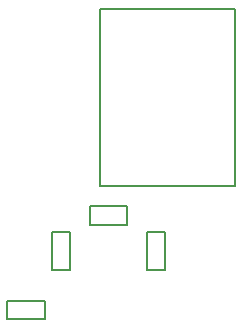
<source format=gbr>
G04*
G04 #@! TF.GenerationSoftware,Altium Limited,Altium Designer,24.6.1 (21)*
G04*
G04 Layer_Color=32768*
%FSLAX25Y25*%
%MOIN*%
G70*
G04*
G04 #@! TF.SameCoordinates,848F02FD-2630-40CC-A56B-9648625414CD*
G04*
G04*
G04 #@! TF.FilePolarity,Positive*
G04*
G01*
G75*
%ADD12C,0.00787*%
D12*
X80315Y4823D02*
Y10925D01*
Y4823D02*
X92913D01*
Y10925D01*
X80315D02*
X92913D01*
X126870Y21260D02*
X132972D01*
Y33858D01*
X126870D02*
X132972D01*
X126870Y21260D02*
Y33858D01*
X107874Y36319D02*
Y42421D01*
Y36319D02*
X120472D01*
Y42421D01*
X107874D02*
X120472D01*
X111465Y49246D02*
X156252D01*
Y108234D01*
X111465D02*
X156252D01*
X111465Y49246D02*
Y108234D01*
X95374Y21260D02*
X101476D01*
Y33858D01*
X95374D02*
X101476D01*
X95374Y21260D02*
Y33858D01*
M02*

</source>
